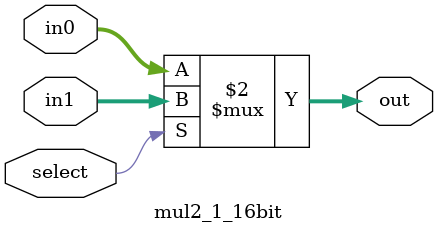
<source format=v>
`include "define.v"

module mul2_1_16bit(
		in0, 
		in1,
		select,
		out);
		
	input[15:0] in0,in1;
	input select;
	output[15:0] out;
	
	assign out = (select == 0) ? in0 : in1;
	
endmodule
</source>
